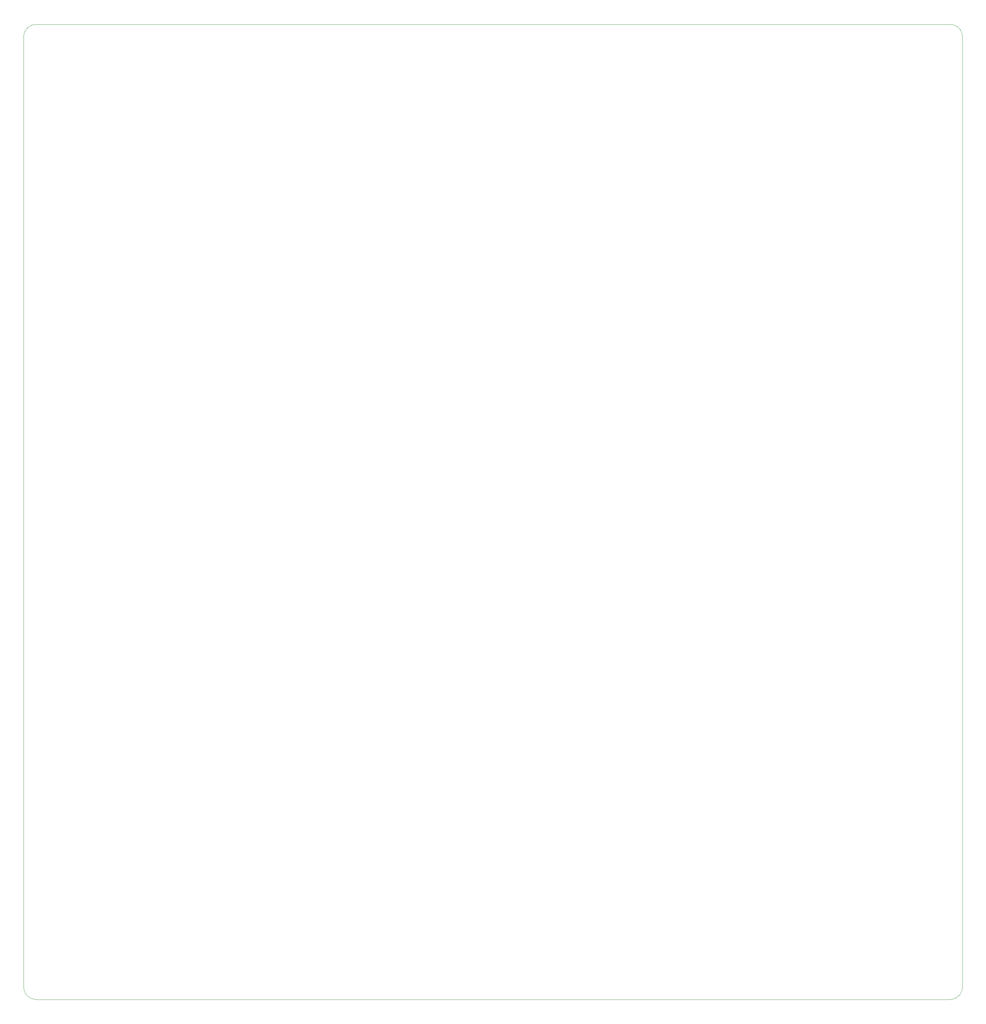
<source format=gbr>
%TF.GenerationSoftware,KiCad,Pcbnew,6.0.10-86aedd382b~118~ubuntu18.04.1*%
%TF.CreationDate,2024-06-09T22:46:36-03:00*%
%TF.ProjectId,salt,73616c74-2e6b-4696-9361-645f70636258,1.5*%
%TF.SameCoordinates,Original*%
%TF.FileFunction,Profile,NP*%
%FSLAX46Y46*%
G04 Gerber Fmt 4.6, Leading zero omitted, Abs format (unit mm)*
G04 Created by KiCad (PCBNEW 6.0.10-86aedd382b~118~ubuntu18.04.1) date 2024-06-09 22:46:36*
%MOMM*%
%LPD*%
G01*
G04 APERTURE LIST*
%TA.AperFunction,Profile*%
%ADD10C,0.100000*%
%TD*%
G04 APERTURE END LIST*
D10*
X35500000Y-295000000D02*
G75*
G03*
X39000000Y-298500000I3500000J0D01*
G01*
X292000000Y-298500000D02*
X39000000Y-298500000D01*
X292000000Y-28500000D02*
X39000000Y-28500000D01*
X292000000Y-298500000D02*
G75*
G03*
X295500000Y-295000000I0J3500000D01*
G01*
X39000000Y-28500000D02*
G75*
G03*
X35500000Y-32000000I0J-3500000D01*
G01*
X295500000Y-32000000D02*
X295500000Y-295000000D01*
X35500000Y-295000000D02*
X35500000Y-32000000D01*
X295500000Y-32000000D02*
G75*
G03*
X292000000Y-28500000I-3500000J0D01*
G01*
M02*

</source>
